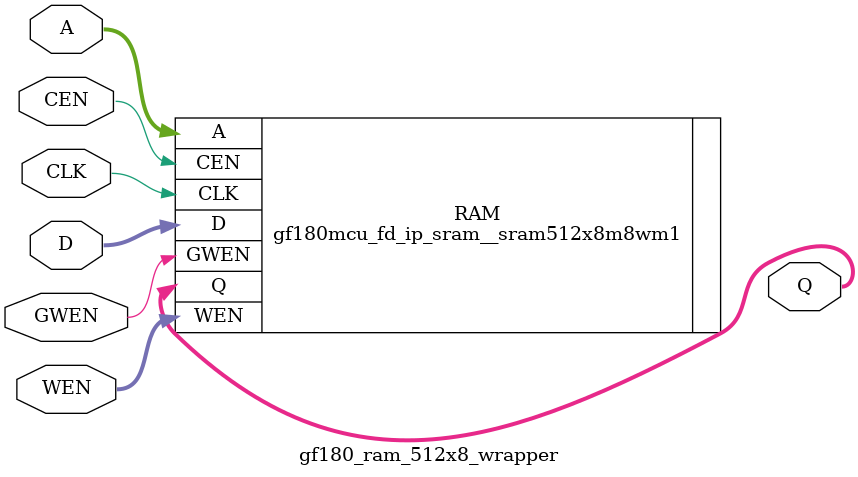
<source format=v>
module gf180_ram_512x8_wrapper (CEN,
    CLK,
    GWEN,
    A,
    D,
    Q,
    WEN);
 input CEN;
 input CLK;
 input GWEN;
 input [8:0] A;
 input [7:0] D;
 output [7:0] Q;
 input [7:0] WEN;


 gf180mcu_fd_ip_sram__sram512x8m8wm1 RAM (.CEN(CEN),
    .CLK(CLK),
    .GWEN(GWEN),
    .A({A[8],
    A[7],
    A[6],
    A[5],
    A[4],
    A[3],
    A[2],
    A[1],
    A[0]}),
    .D({D[7],
    D[6],
    D[5],
    D[4],
    D[3],
    D[2],
    D[1],
    D[0]}),
    .Q({Q[7],
    Q[6],
    Q[5],
    Q[4],
    Q[3],
    Q[2],
    Q[1],
    Q[0]}),
    .WEN({WEN[7],
    WEN[6],
    WEN[5],
    WEN[4],
    WEN[3],
    WEN[2],
    WEN[1],
    WEN[0]}));
endmodule


</source>
